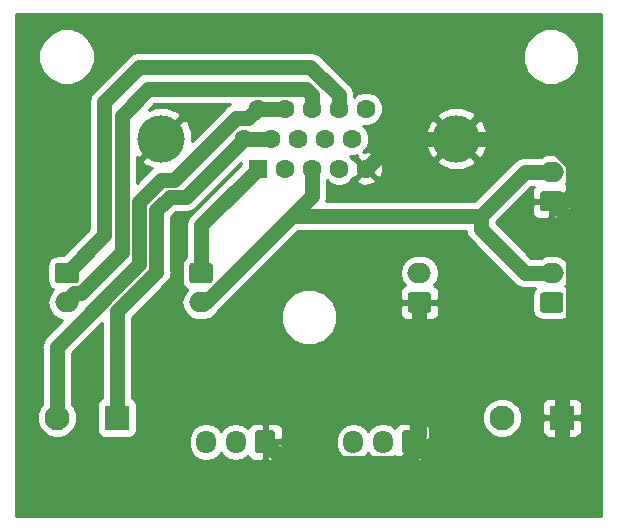
<source format=gbr>
%TF.GenerationSoftware,KiCad,Pcbnew,(5.0.2)-1*%
%TF.CreationDate,2019-02-14T19:53:03+01:00*%
%TF.ProjectId,VGA-Terminal_JSTXH,5647412d-5465-4726-9d69-6e616c5f4a53,rev?*%
%TF.SameCoordinates,Original*%
%TF.FileFunction,Copper,L1,Top*%
%TF.FilePolarity,Positive*%
%FSLAX46Y46*%
G04 Gerber Fmt 4.6, Leading zero omitted, Abs format (unit mm)*
G04 Created by KiCad (PCBNEW (5.0.2)-1) date 14.02.2019 19:53:03*
%MOMM*%
%LPD*%
G01*
G04 APERTURE LIST*
%ADD10R,2.100000X2.100000*%
%ADD11C,2.100000*%
%ADD12O,2.000000X1.700000*%
%ADD13C,0.150000*%
%ADD14C,1.700000*%
%ADD15O,1.700000X1.950000*%
%ADD16C,4.000000*%
%ADD17C,1.600000*%
%ADD18R,1.600000X1.600000*%
%ADD19C,1.270000*%
%ADD20C,0.254000*%
G04 APERTURE END LIST*
D10*
X134930000Y-96950000D03*
D11*
X129850000Y-96950000D03*
D12*
X134070000Y-76140000D03*
D13*
G36*
X134844504Y-77791204D02*
X134868773Y-77794804D01*
X134892571Y-77800765D01*
X134915671Y-77809030D01*
X134937849Y-77819520D01*
X134958893Y-77832133D01*
X134978598Y-77846747D01*
X134996777Y-77863223D01*
X135013253Y-77881402D01*
X135027867Y-77901107D01*
X135040480Y-77922151D01*
X135050970Y-77944329D01*
X135059235Y-77967429D01*
X135065196Y-77991227D01*
X135068796Y-78015496D01*
X135070000Y-78040000D01*
X135070000Y-79240000D01*
X135068796Y-79264504D01*
X135065196Y-79288773D01*
X135059235Y-79312571D01*
X135050970Y-79335671D01*
X135040480Y-79357849D01*
X135027867Y-79378893D01*
X135013253Y-79398598D01*
X134996777Y-79416777D01*
X134978598Y-79433253D01*
X134958893Y-79447867D01*
X134937849Y-79460480D01*
X134915671Y-79470970D01*
X134892571Y-79479235D01*
X134868773Y-79485196D01*
X134844504Y-79488796D01*
X134820000Y-79490000D01*
X133320000Y-79490000D01*
X133295496Y-79488796D01*
X133271227Y-79485196D01*
X133247429Y-79479235D01*
X133224329Y-79470970D01*
X133202151Y-79460480D01*
X133181107Y-79447867D01*
X133161402Y-79433253D01*
X133143223Y-79416777D01*
X133126747Y-79398598D01*
X133112133Y-79378893D01*
X133099520Y-79357849D01*
X133089030Y-79335671D01*
X133080765Y-79312571D01*
X133074804Y-79288773D01*
X133071204Y-79264504D01*
X133070000Y-79240000D01*
X133070000Y-78040000D01*
X133071204Y-78015496D01*
X133074804Y-77991227D01*
X133080765Y-77967429D01*
X133089030Y-77944329D01*
X133099520Y-77922151D01*
X133112133Y-77901107D01*
X133126747Y-77881402D01*
X133143223Y-77863223D01*
X133161402Y-77846747D01*
X133181107Y-77832133D01*
X133202151Y-77819520D01*
X133224329Y-77809030D01*
X133247429Y-77800765D01*
X133271227Y-77794804D01*
X133295496Y-77791204D01*
X133320000Y-77790000D01*
X134820000Y-77790000D01*
X134844504Y-77791204D01*
X134844504Y-77791204D01*
G37*
D14*
X134070000Y-78640000D03*
D13*
G36*
X134844504Y-86351204D02*
X134868773Y-86354804D01*
X134892571Y-86360765D01*
X134915671Y-86369030D01*
X134937849Y-86379520D01*
X134958893Y-86392133D01*
X134978598Y-86406747D01*
X134996777Y-86423223D01*
X135013253Y-86441402D01*
X135027867Y-86461107D01*
X135040480Y-86482151D01*
X135050970Y-86504329D01*
X135059235Y-86527429D01*
X135065196Y-86551227D01*
X135068796Y-86575496D01*
X135070000Y-86600000D01*
X135070000Y-87800000D01*
X135068796Y-87824504D01*
X135065196Y-87848773D01*
X135059235Y-87872571D01*
X135050970Y-87895671D01*
X135040480Y-87917849D01*
X135027867Y-87938893D01*
X135013253Y-87958598D01*
X134996777Y-87976777D01*
X134978598Y-87993253D01*
X134958893Y-88007867D01*
X134937849Y-88020480D01*
X134915671Y-88030970D01*
X134892571Y-88039235D01*
X134868773Y-88045196D01*
X134844504Y-88048796D01*
X134820000Y-88050000D01*
X133320000Y-88050000D01*
X133295496Y-88048796D01*
X133271227Y-88045196D01*
X133247429Y-88039235D01*
X133224329Y-88030970D01*
X133202151Y-88020480D01*
X133181107Y-88007867D01*
X133161402Y-87993253D01*
X133143223Y-87976777D01*
X133126747Y-87958598D01*
X133112133Y-87938893D01*
X133099520Y-87917849D01*
X133089030Y-87895671D01*
X133080765Y-87872571D01*
X133074804Y-87848773D01*
X133071204Y-87824504D01*
X133070000Y-87800000D01*
X133070000Y-86600000D01*
X133071204Y-86575496D01*
X133074804Y-86551227D01*
X133080765Y-86527429D01*
X133089030Y-86504329D01*
X133099520Y-86482151D01*
X133112133Y-86461107D01*
X133126747Y-86441402D01*
X133143223Y-86423223D01*
X133161402Y-86406747D01*
X133181107Y-86392133D01*
X133202151Y-86379520D01*
X133224329Y-86369030D01*
X133247429Y-86360765D01*
X133271227Y-86354804D01*
X133295496Y-86351204D01*
X133320000Y-86350000D01*
X134820000Y-86350000D01*
X134844504Y-86351204D01*
X134844504Y-86351204D01*
G37*
D14*
X134070000Y-87200000D03*
D12*
X134070000Y-84700000D03*
X122870000Y-84700000D03*
D13*
G36*
X123644504Y-86351204D02*
X123668773Y-86354804D01*
X123692571Y-86360765D01*
X123715671Y-86369030D01*
X123737849Y-86379520D01*
X123758893Y-86392133D01*
X123778598Y-86406747D01*
X123796777Y-86423223D01*
X123813253Y-86441402D01*
X123827867Y-86461107D01*
X123840480Y-86482151D01*
X123850970Y-86504329D01*
X123859235Y-86527429D01*
X123865196Y-86551227D01*
X123868796Y-86575496D01*
X123870000Y-86600000D01*
X123870000Y-87800000D01*
X123868796Y-87824504D01*
X123865196Y-87848773D01*
X123859235Y-87872571D01*
X123850970Y-87895671D01*
X123840480Y-87917849D01*
X123827867Y-87938893D01*
X123813253Y-87958598D01*
X123796777Y-87976777D01*
X123778598Y-87993253D01*
X123758893Y-88007867D01*
X123737849Y-88020480D01*
X123715671Y-88030970D01*
X123692571Y-88039235D01*
X123668773Y-88045196D01*
X123644504Y-88048796D01*
X123620000Y-88050000D01*
X122120000Y-88050000D01*
X122095496Y-88048796D01*
X122071227Y-88045196D01*
X122047429Y-88039235D01*
X122024329Y-88030970D01*
X122002151Y-88020480D01*
X121981107Y-88007867D01*
X121961402Y-87993253D01*
X121943223Y-87976777D01*
X121926747Y-87958598D01*
X121912133Y-87938893D01*
X121899520Y-87917849D01*
X121889030Y-87895671D01*
X121880765Y-87872571D01*
X121874804Y-87848773D01*
X121871204Y-87824504D01*
X121870000Y-87800000D01*
X121870000Y-86600000D01*
X121871204Y-86575496D01*
X121874804Y-86551227D01*
X121880765Y-86527429D01*
X121889030Y-86504329D01*
X121899520Y-86482151D01*
X121912133Y-86461107D01*
X121926747Y-86441402D01*
X121943223Y-86423223D01*
X121961402Y-86406747D01*
X121981107Y-86392133D01*
X122002151Y-86379520D01*
X122024329Y-86369030D01*
X122047429Y-86360765D01*
X122071227Y-86354804D01*
X122095496Y-86351204D01*
X122120000Y-86350000D01*
X123620000Y-86350000D01*
X123644504Y-86351204D01*
X123644504Y-86351204D01*
G37*
D14*
X122870000Y-87200000D03*
D13*
G36*
X105154504Y-83851204D02*
X105178773Y-83854804D01*
X105202571Y-83860765D01*
X105225671Y-83869030D01*
X105247849Y-83879520D01*
X105268893Y-83892133D01*
X105288598Y-83906747D01*
X105306777Y-83923223D01*
X105323253Y-83941402D01*
X105337867Y-83961107D01*
X105350480Y-83982151D01*
X105360970Y-84004329D01*
X105369235Y-84027429D01*
X105375196Y-84051227D01*
X105378796Y-84075496D01*
X105380000Y-84100000D01*
X105380000Y-85300000D01*
X105378796Y-85324504D01*
X105375196Y-85348773D01*
X105369235Y-85372571D01*
X105360970Y-85395671D01*
X105350480Y-85417849D01*
X105337867Y-85438893D01*
X105323253Y-85458598D01*
X105306777Y-85476777D01*
X105288598Y-85493253D01*
X105268893Y-85507867D01*
X105247849Y-85520480D01*
X105225671Y-85530970D01*
X105202571Y-85539235D01*
X105178773Y-85545196D01*
X105154504Y-85548796D01*
X105130000Y-85550000D01*
X103630000Y-85550000D01*
X103605496Y-85548796D01*
X103581227Y-85545196D01*
X103557429Y-85539235D01*
X103534329Y-85530970D01*
X103512151Y-85520480D01*
X103491107Y-85507867D01*
X103471402Y-85493253D01*
X103453223Y-85476777D01*
X103436747Y-85458598D01*
X103422133Y-85438893D01*
X103409520Y-85417849D01*
X103399030Y-85395671D01*
X103390765Y-85372571D01*
X103384804Y-85348773D01*
X103381204Y-85324504D01*
X103380000Y-85300000D01*
X103380000Y-84100000D01*
X103381204Y-84075496D01*
X103384804Y-84051227D01*
X103390765Y-84027429D01*
X103399030Y-84004329D01*
X103409520Y-83982151D01*
X103422133Y-83961107D01*
X103436747Y-83941402D01*
X103453223Y-83923223D01*
X103471402Y-83906747D01*
X103491107Y-83892133D01*
X103512151Y-83879520D01*
X103534329Y-83869030D01*
X103557429Y-83860765D01*
X103581227Y-83854804D01*
X103605496Y-83851204D01*
X103630000Y-83850000D01*
X105130000Y-83850000D01*
X105154504Y-83851204D01*
X105154504Y-83851204D01*
G37*
D14*
X104380000Y-84700000D03*
D12*
X104380000Y-87200000D03*
D15*
X117280000Y-99000000D03*
X119780000Y-99000000D03*
D13*
G36*
X122904504Y-98026204D02*
X122928773Y-98029804D01*
X122952571Y-98035765D01*
X122975671Y-98044030D01*
X122997849Y-98054520D01*
X123018893Y-98067133D01*
X123038598Y-98081747D01*
X123056777Y-98098223D01*
X123073253Y-98116402D01*
X123087867Y-98136107D01*
X123100480Y-98157151D01*
X123110970Y-98179329D01*
X123119235Y-98202429D01*
X123125196Y-98226227D01*
X123128796Y-98250496D01*
X123130000Y-98275000D01*
X123130000Y-99725000D01*
X123128796Y-99749504D01*
X123125196Y-99773773D01*
X123119235Y-99797571D01*
X123110970Y-99820671D01*
X123100480Y-99842849D01*
X123087867Y-99863893D01*
X123073253Y-99883598D01*
X123056777Y-99901777D01*
X123038598Y-99918253D01*
X123018893Y-99932867D01*
X122997849Y-99945480D01*
X122975671Y-99955970D01*
X122952571Y-99964235D01*
X122928773Y-99970196D01*
X122904504Y-99973796D01*
X122880000Y-99975000D01*
X121680000Y-99975000D01*
X121655496Y-99973796D01*
X121631227Y-99970196D01*
X121607429Y-99964235D01*
X121584329Y-99955970D01*
X121562151Y-99945480D01*
X121541107Y-99932867D01*
X121521402Y-99918253D01*
X121503223Y-99901777D01*
X121486747Y-99883598D01*
X121472133Y-99863893D01*
X121459520Y-99842849D01*
X121449030Y-99820671D01*
X121440765Y-99797571D01*
X121434804Y-99773773D01*
X121431204Y-99749504D01*
X121430000Y-99725000D01*
X121430000Y-98275000D01*
X121431204Y-98250496D01*
X121434804Y-98226227D01*
X121440765Y-98202429D01*
X121449030Y-98179329D01*
X121459520Y-98157151D01*
X121472133Y-98136107D01*
X121486747Y-98116402D01*
X121503223Y-98098223D01*
X121521402Y-98081747D01*
X121541107Y-98067133D01*
X121562151Y-98054520D01*
X121584329Y-98044030D01*
X121607429Y-98035765D01*
X121631227Y-98029804D01*
X121655496Y-98026204D01*
X121680000Y-98025000D01*
X122880000Y-98025000D01*
X122904504Y-98026204D01*
X122904504Y-98026204D01*
G37*
D14*
X122280000Y-99000000D03*
D13*
G36*
X110434504Y-98026204D02*
X110458773Y-98029804D01*
X110482571Y-98035765D01*
X110505671Y-98044030D01*
X110527849Y-98054520D01*
X110548893Y-98067133D01*
X110568598Y-98081747D01*
X110586777Y-98098223D01*
X110603253Y-98116402D01*
X110617867Y-98136107D01*
X110630480Y-98157151D01*
X110640970Y-98179329D01*
X110649235Y-98202429D01*
X110655196Y-98226227D01*
X110658796Y-98250496D01*
X110660000Y-98275000D01*
X110660000Y-99725000D01*
X110658796Y-99749504D01*
X110655196Y-99773773D01*
X110649235Y-99797571D01*
X110640970Y-99820671D01*
X110630480Y-99842849D01*
X110617867Y-99863893D01*
X110603253Y-99883598D01*
X110586777Y-99901777D01*
X110568598Y-99918253D01*
X110548893Y-99932867D01*
X110527849Y-99945480D01*
X110505671Y-99955970D01*
X110482571Y-99964235D01*
X110458773Y-99970196D01*
X110434504Y-99973796D01*
X110410000Y-99975000D01*
X109210000Y-99975000D01*
X109185496Y-99973796D01*
X109161227Y-99970196D01*
X109137429Y-99964235D01*
X109114329Y-99955970D01*
X109092151Y-99945480D01*
X109071107Y-99932867D01*
X109051402Y-99918253D01*
X109033223Y-99901777D01*
X109016747Y-99883598D01*
X109002133Y-99863893D01*
X108989520Y-99842849D01*
X108979030Y-99820671D01*
X108970765Y-99797571D01*
X108964804Y-99773773D01*
X108961204Y-99749504D01*
X108960000Y-99725000D01*
X108960000Y-98275000D01*
X108961204Y-98250496D01*
X108964804Y-98226227D01*
X108970765Y-98202429D01*
X108979030Y-98179329D01*
X108989520Y-98157151D01*
X109002133Y-98136107D01*
X109016747Y-98116402D01*
X109033223Y-98098223D01*
X109051402Y-98081747D01*
X109071107Y-98067133D01*
X109092151Y-98054520D01*
X109114329Y-98044030D01*
X109137429Y-98035765D01*
X109161227Y-98029804D01*
X109185496Y-98026204D01*
X109210000Y-98025000D01*
X110410000Y-98025000D01*
X110434504Y-98026204D01*
X110434504Y-98026204D01*
G37*
D14*
X109810000Y-99000000D03*
D15*
X107310000Y-99000000D03*
X104810000Y-99000000D03*
D13*
G36*
X93794504Y-83851204D02*
X93818773Y-83854804D01*
X93842571Y-83860765D01*
X93865671Y-83869030D01*
X93887849Y-83879520D01*
X93908893Y-83892133D01*
X93928598Y-83906747D01*
X93946777Y-83923223D01*
X93963253Y-83941402D01*
X93977867Y-83961107D01*
X93990480Y-83982151D01*
X94000970Y-84004329D01*
X94009235Y-84027429D01*
X94015196Y-84051227D01*
X94018796Y-84075496D01*
X94020000Y-84100000D01*
X94020000Y-85300000D01*
X94018796Y-85324504D01*
X94015196Y-85348773D01*
X94009235Y-85372571D01*
X94000970Y-85395671D01*
X93990480Y-85417849D01*
X93977867Y-85438893D01*
X93963253Y-85458598D01*
X93946777Y-85476777D01*
X93928598Y-85493253D01*
X93908893Y-85507867D01*
X93887849Y-85520480D01*
X93865671Y-85530970D01*
X93842571Y-85539235D01*
X93818773Y-85545196D01*
X93794504Y-85548796D01*
X93770000Y-85550000D01*
X92270000Y-85550000D01*
X92245496Y-85548796D01*
X92221227Y-85545196D01*
X92197429Y-85539235D01*
X92174329Y-85530970D01*
X92152151Y-85520480D01*
X92131107Y-85507867D01*
X92111402Y-85493253D01*
X92093223Y-85476777D01*
X92076747Y-85458598D01*
X92062133Y-85438893D01*
X92049520Y-85417849D01*
X92039030Y-85395671D01*
X92030765Y-85372571D01*
X92024804Y-85348773D01*
X92021204Y-85324504D01*
X92020000Y-85300000D01*
X92020000Y-84100000D01*
X92021204Y-84075496D01*
X92024804Y-84051227D01*
X92030765Y-84027429D01*
X92039030Y-84004329D01*
X92049520Y-83982151D01*
X92062133Y-83961107D01*
X92076747Y-83941402D01*
X92093223Y-83923223D01*
X92111402Y-83906747D01*
X92131107Y-83892133D01*
X92152151Y-83879520D01*
X92174329Y-83869030D01*
X92197429Y-83860765D01*
X92221227Y-83854804D01*
X92245496Y-83851204D01*
X92270000Y-83850000D01*
X93770000Y-83850000D01*
X93794504Y-83851204D01*
X93794504Y-83851204D01*
G37*
D14*
X93020000Y-84700000D03*
D12*
X93020000Y-87200000D03*
D10*
X97250000Y-96950000D03*
D11*
X92170000Y-96950000D03*
D16*
X101005000Y-73320000D03*
X126005000Y-73320000D03*
D17*
X118350000Y-70780000D03*
X116060000Y-70780000D03*
X113770000Y-70780000D03*
X111480000Y-70780000D03*
X109190000Y-70780000D03*
X117205000Y-73320000D03*
X114915000Y-73320000D03*
X112625000Y-73320000D03*
X110335000Y-73320000D03*
X108045000Y-73320000D03*
X118350000Y-75860000D03*
X116060000Y-75860000D03*
X113770000Y-75860000D03*
X111480000Y-75860000D03*
D18*
X109190000Y-75860000D03*
D19*
X122280000Y-100075000D02*
X122280000Y-99000000D01*
X121544990Y-100810010D02*
X122280000Y-100075000D01*
X109810000Y-99000000D02*
X111620010Y-100810010D01*
X111620010Y-100810010D02*
X121544990Y-100810010D01*
X134930000Y-99270000D02*
X134930000Y-96950000D01*
X134301628Y-99898372D02*
X134930000Y-99270000D01*
X123178372Y-99898372D02*
X134301628Y-99898372D01*
X122280000Y-99000000D02*
X123178372Y-99898372D01*
X134975553Y-79545553D02*
X134070000Y-78640000D01*
X135905010Y-80475010D02*
X134975553Y-79545553D01*
X135905010Y-93654990D02*
X135905010Y-80475010D01*
X134930000Y-96950000D02*
X134930000Y-94630000D01*
X134930000Y-94630000D02*
X135905010Y-93654990D01*
X128833427Y-73320000D02*
X126005000Y-73320000D01*
X133782963Y-73320000D02*
X128833427Y-73320000D01*
X135905010Y-75442047D02*
X133782963Y-73320000D01*
X135905010Y-77904990D02*
X135905010Y-75442047D01*
X134070000Y-78640000D02*
X135170000Y-78640000D01*
X135170000Y-78640000D02*
X135905010Y-77904990D01*
X120890000Y-73320000D02*
X118350000Y-75860000D01*
X126005000Y-73320000D02*
X120890000Y-73320000D01*
X122870000Y-98410000D02*
X122280000Y-99000000D01*
X122870000Y-87200000D02*
X122870000Y-98410000D01*
X94219428Y-86385010D02*
X97669999Y-82934439D01*
X93654990Y-86385010D02*
X94219428Y-86385010D01*
X93020000Y-87200000D02*
X93020000Y-87020000D01*
X93020000Y-87020000D02*
X93654990Y-86385010D01*
X97669999Y-82934439D02*
X97670000Y-82128908D01*
X113770000Y-69648630D02*
X113770000Y-70780000D01*
X113266369Y-69144999D02*
X113770000Y-69648630D01*
X99905001Y-69144999D02*
X113266369Y-69144999D01*
X97670000Y-82128908D02*
X97670000Y-71380000D01*
X97670000Y-71380000D02*
X99905001Y-69144999D01*
X93020000Y-84700000D02*
X96199990Y-81520010D01*
X96199990Y-81520010D02*
X96199990Y-70200010D01*
X116060000Y-69648630D02*
X116060000Y-70780000D01*
X113651361Y-67239991D02*
X116060000Y-69648630D01*
X96199990Y-70200010D02*
X99160009Y-67239991D01*
X99160009Y-67239991D02*
X113651361Y-67239991D01*
X97250000Y-96950000D02*
X97250000Y-87948908D01*
X97250000Y-87948908D02*
X100610020Y-84588888D01*
X100610020Y-84588888D02*
X100610020Y-79408888D01*
X110335000Y-73320000D02*
X108045000Y-73320000D01*
X103075000Y-78290000D02*
X101728908Y-78290000D01*
X108045000Y-73320000D02*
X103075000Y-78290000D01*
X101728908Y-78290000D02*
X100610020Y-79408888D01*
X109190000Y-70780000D02*
X111480000Y-70780000D01*
X108390001Y-71579999D02*
X107365199Y-71579999D01*
X92170000Y-90950000D02*
X92170000Y-95465076D01*
X99140009Y-83979991D02*
X92170000Y-90950000D01*
X99140009Y-78679991D02*
X99140009Y-83979991D01*
X102125208Y-76819990D02*
X101000010Y-76819990D01*
X92170000Y-95465076D02*
X92170000Y-96950000D01*
X109190000Y-70780000D02*
X108390001Y-71579999D01*
X101000010Y-76819990D02*
X99140009Y-78679991D01*
X107365199Y-71579999D02*
X102125208Y-76819990D01*
X104380000Y-80670000D02*
X109190000Y-75860000D01*
X104380000Y-84700000D02*
X104380000Y-80670000D01*
X113770000Y-76991370D02*
X113770000Y-75860000D01*
X113770000Y-78194438D02*
X113770000Y-76991370D01*
X104380000Y-87200000D02*
X104764438Y-87200000D01*
X128050000Y-79890000D02*
X112074438Y-79890000D01*
X131800000Y-76140000D02*
X128050000Y-79890000D01*
X134070000Y-76140000D02*
X131800000Y-76140000D01*
X104764438Y-87200000D02*
X112074438Y-79890000D01*
X112074438Y-79890000D02*
X113770000Y-78194438D01*
X128050000Y-80950000D02*
X128050000Y-79890000D01*
X134070000Y-84700000D02*
X131800000Y-84700000D01*
X131800000Y-84700000D02*
X128050000Y-80950000D01*
D20*
G36*
X138265001Y-105265000D02*
X88735000Y-105265000D01*
X88735000Y-98728744D01*
X103325000Y-98728744D01*
X103325000Y-99271255D01*
X103411161Y-99704417D01*
X103739375Y-100195625D01*
X104230582Y-100523839D01*
X104810000Y-100639092D01*
X105389417Y-100523839D01*
X105880625Y-100195625D01*
X106060000Y-99927171D01*
X106239375Y-100195625D01*
X106730582Y-100523839D01*
X107310000Y-100639092D01*
X107889417Y-100523839D01*
X108367656Y-100204291D01*
X108421673Y-100334699D01*
X108600302Y-100513327D01*
X108833691Y-100610000D01*
X109524250Y-100610000D01*
X109683000Y-100451250D01*
X109683000Y-99127000D01*
X109937000Y-99127000D01*
X109937000Y-100451250D01*
X110095750Y-100610000D01*
X110786309Y-100610000D01*
X111019698Y-100513327D01*
X111198327Y-100334699D01*
X111295000Y-100101310D01*
X111295000Y-99285750D01*
X111136250Y-99127000D01*
X109937000Y-99127000D01*
X109683000Y-99127000D01*
X109663000Y-99127000D01*
X109663000Y-98873000D01*
X109683000Y-98873000D01*
X109683000Y-97548750D01*
X109937000Y-97548750D01*
X109937000Y-98873000D01*
X111136250Y-98873000D01*
X111280506Y-98728744D01*
X115795000Y-98728744D01*
X115795000Y-99271255D01*
X115881161Y-99704417D01*
X116209375Y-100195625D01*
X116700582Y-100523839D01*
X117280000Y-100639092D01*
X117859417Y-100523839D01*
X118350625Y-100195625D01*
X118530000Y-99927171D01*
X118709375Y-100195625D01*
X119200582Y-100523839D01*
X119780000Y-100639092D01*
X120359417Y-100523839D01*
X120837656Y-100204291D01*
X120891673Y-100334699D01*
X121070302Y-100513327D01*
X121303691Y-100610000D01*
X121994250Y-100610000D01*
X122153000Y-100451250D01*
X122153000Y-99127000D01*
X122407000Y-99127000D01*
X122407000Y-100451250D01*
X122565750Y-100610000D01*
X123256309Y-100610000D01*
X123489698Y-100513327D01*
X123668327Y-100334699D01*
X123765000Y-100101310D01*
X123765000Y-99285750D01*
X123606250Y-99127000D01*
X122407000Y-99127000D01*
X122153000Y-99127000D01*
X122133000Y-99127000D01*
X122133000Y-98873000D01*
X122153000Y-98873000D01*
X122153000Y-97548750D01*
X122407000Y-97548750D01*
X122407000Y-98873000D01*
X123606250Y-98873000D01*
X123765000Y-98714250D01*
X123765000Y-97898690D01*
X123668327Y-97665301D01*
X123489698Y-97486673D01*
X123256309Y-97390000D01*
X122565750Y-97390000D01*
X122407000Y-97548750D01*
X122153000Y-97548750D01*
X121994250Y-97390000D01*
X121303691Y-97390000D01*
X121070302Y-97486673D01*
X120891673Y-97665301D01*
X120837656Y-97795709D01*
X120359418Y-97476161D01*
X119780000Y-97360908D01*
X119200583Y-97476161D01*
X118709375Y-97804375D01*
X118530000Y-98072829D01*
X118350625Y-97804375D01*
X117859418Y-97476161D01*
X117280000Y-97360908D01*
X116700583Y-97476161D01*
X116209375Y-97804375D01*
X115881161Y-98295582D01*
X115795000Y-98728744D01*
X111280506Y-98728744D01*
X111295000Y-98714250D01*
X111295000Y-97898690D01*
X111198327Y-97665301D01*
X111019698Y-97486673D01*
X110786309Y-97390000D01*
X110095750Y-97390000D01*
X109937000Y-97548750D01*
X109683000Y-97548750D01*
X109524250Y-97390000D01*
X108833691Y-97390000D01*
X108600302Y-97486673D01*
X108421673Y-97665301D01*
X108367656Y-97795709D01*
X107889418Y-97476161D01*
X107310000Y-97360908D01*
X106730583Y-97476161D01*
X106239375Y-97804375D01*
X106060000Y-98072829D01*
X105880625Y-97804375D01*
X105389418Y-97476161D01*
X104810000Y-97360908D01*
X104230583Y-97476161D01*
X103739375Y-97804375D01*
X103411161Y-98295582D01*
X103325000Y-98728744D01*
X88735000Y-98728744D01*
X88735000Y-96614833D01*
X90485000Y-96614833D01*
X90485000Y-97285167D01*
X90741526Y-97904476D01*
X91215524Y-98378474D01*
X91834833Y-98635000D01*
X92505167Y-98635000D01*
X93124476Y-98378474D01*
X93598474Y-97904476D01*
X93855000Y-97285167D01*
X93855000Y-96614833D01*
X93598474Y-95995524D01*
X93440000Y-95837050D01*
X93440000Y-91476050D01*
X95980001Y-88936050D01*
X95980000Y-95296320D01*
X95952235Y-95301843D01*
X95742191Y-95442191D01*
X95601843Y-95652235D01*
X95552560Y-95900000D01*
X95552560Y-98000000D01*
X95601843Y-98247765D01*
X95742191Y-98457809D01*
X95952235Y-98598157D01*
X96200000Y-98647440D01*
X98300000Y-98647440D01*
X98547765Y-98598157D01*
X98757809Y-98457809D01*
X98898157Y-98247765D01*
X98947440Y-98000000D01*
X98947440Y-96614833D01*
X128165000Y-96614833D01*
X128165000Y-97285167D01*
X128421526Y-97904476D01*
X128895524Y-98378474D01*
X129514833Y-98635000D01*
X130185167Y-98635000D01*
X130804476Y-98378474D01*
X131278474Y-97904476D01*
X131535000Y-97285167D01*
X131535000Y-97235750D01*
X133245000Y-97235750D01*
X133245000Y-98126310D01*
X133341673Y-98359699D01*
X133520302Y-98538327D01*
X133753691Y-98635000D01*
X134644250Y-98635000D01*
X134803000Y-98476250D01*
X134803000Y-97077000D01*
X135057000Y-97077000D01*
X135057000Y-98476250D01*
X135215750Y-98635000D01*
X136106309Y-98635000D01*
X136339698Y-98538327D01*
X136518327Y-98359699D01*
X136615000Y-98126310D01*
X136615000Y-97235750D01*
X136456250Y-97077000D01*
X135057000Y-97077000D01*
X134803000Y-97077000D01*
X133403750Y-97077000D01*
X133245000Y-97235750D01*
X131535000Y-97235750D01*
X131535000Y-96614833D01*
X131278474Y-95995524D01*
X131056640Y-95773690D01*
X133245000Y-95773690D01*
X133245000Y-96664250D01*
X133403750Y-96823000D01*
X134803000Y-96823000D01*
X134803000Y-95423750D01*
X135057000Y-95423750D01*
X135057000Y-96823000D01*
X136456250Y-96823000D01*
X136615000Y-96664250D01*
X136615000Y-95773690D01*
X136518327Y-95540301D01*
X136339698Y-95361673D01*
X136106309Y-95265000D01*
X135215750Y-95265000D01*
X135057000Y-95423750D01*
X134803000Y-95423750D01*
X134644250Y-95265000D01*
X133753691Y-95265000D01*
X133520302Y-95361673D01*
X133341673Y-95540301D01*
X133245000Y-95773690D01*
X131056640Y-95773690D01*
X130804476Y-95521526D01*
X130185167Y-95265000D01*
X129514833Y-95265000D01*
X128895524Y-95521526D01*
X128421526Y-95995524D01*
X128165000Y-96614833D01*
X98947440Y-96614833D01*
X98947440Y-95900000D01*
X98898157Y-95652235D01*
X98757809Y-95442191D01*
X98547765Y-95301843D01*
X98520000Y-95296320D01*
X98520000Y-88474958D01*
X101419602Y-85575357D01*
X101525638Y-85504506D01*
X101662285Y-85300000D01*
X101806333Y-85084418D01*
X101857918Y-84825080D01*
X101880020Y-84713968D01*
X101880020Y-84713965D01*
X101904899Y-84588888D01*
X101880020Y-84463812D01*
X101880020Y-79934938D01*
X102254959Y-79560000D01*
X102949925Y-79560000D01*
X103075000Y-79584879D01*
X103200075Y-79560000D01*
X103200080Y-79560000D01*
X103570529Y-79486313D01*
X103990618Y-79205618D01*
X104061471Y-79099579D01*
X107742560Y-75418491D01*
X107742560Y-75511389D01*
X103570419Y-79683531D01*
X103464383Y-79754382D01*
X103393532Y-79860418D01*
X103393530Y-79860420D01*
X103183688Y-80174471D01*
X103085121Y-80670000D01*
X103110001Y-80795080D01*
X103110000Y-83388850D01*
X102995414Y-83465414D01*
X102800874Y-83756565D01*
X102732560Y-84100000D01*
X102732560Y-85300000D01*
X102800874Y-85643435D01*
X102995414Y-85934586D01*
X103223156Y-86086758D01*
X103159375Y-86129375D01*
X102831161Y-86620582D01*
X102715908Y-87200000D01*
X102831161Y-87779418D01*
X103159375Y-88270625D01*
X103650582Y-88598839D01*
X104083744Y-88685000D01*
X104676256Y-88685000D01*
X105109418Y-88598839D01*
X105600625Y-88270625D01*
X105811121Y-87955594D01*
X111115000Y-87955594D01*
X111115000Y-88904406D01*
X111478095Y-89780994D01*
X112149006Y-90451905D01*
X113025594Y-90815000D01*
X113974406Y-90815000D01*
X114850994Y-90451905D01*
X115521905Y-89780994D01*
X115885000Y-88904406D01*
X115885000Y-87955594D01*
X115690385Y-87485750D01*
X121235000Y-87485750D01*
X121235000Y-88176309D01*
X121331673Y-88409698D01*
X121510301Y-88588327D01*
X121743690Y-88685000D01*
X122584250Y-88685000D01*
X122743000Y-88526250D01*
X122743000Y-87327000D01*
X122997000Y-87327000D01*
X122997000Y-88526250D01*
X123155750Y-88685000D01*
X123996310Y-88685000D01*
X124229699Y-88588327D01*
X124408327Y-88409698D01*
X124505000Y-88176309D01*
X124505000Y-87485750D01*
X124346250Y-87327000D01*
X122997000Y-87327000D01*
X122743000Y-87327000D01*
X121393750Y-87327000D01*
X121235000Y-87485750D01*
X115690385Y-87485750D01*
X115521905Y-87079006D01*
X114850994Y-86408095D01*
X113974406Y-86045000D01*
X113025594Y-86045000D01*
X112149006Y-86408095D01*
X111478095Y-87079006D01*
X111115000Y-87955594D01*
X105811121Y-87955594D01*
X105823663Y-87936825D01*
X109060488Y-84700000D01*
X121205908Y-84700000D01*
X121321161Y-85279418D01*
X121640709Y-85757656D01*
X121510301Y-85811673D01*
X121331673Y-85990302D01*
X121235000Y-86223691D01*
X121235000Y-86914250D01*
X121393750Y-87073000D01*
X122743000Y-87073000D01*
X122743000Y-87053000D01*
X122997000Y-87053000D01*
X122997000Y-87073000D01*
X124346250Y-87073000D01*
X124505000Y-86914250D01*
X124505000Y-86223691D01*
X124408327Y-85990302D01*
X124229699Y-85811673D01*
X124099291Y-85757656D01*
X124418839Y-85279418D01*
X124534092Y-84700000D01*
X124418839Y-84120582D01*
X124090625Y-83629375D01*
X123599418Y-83301161D01*
X123166256Y-83215000D01*
X122573744Y-83215000D01*
X122140582Y-83301161D01*
X121649375Y-83629375D01*
X121321161Y-84120582D01*
X121205908Y-84700000D01*
X109060488Y-84700000D01*
X112600489Y-81160000D01*
X126796892Y-81160000D01*
X126853687Y-81445528D01*
X127134382Y-81865618D01*
X127240421Y-81936471D01*
X130813531Y-85509582D01*
X130884382Y-85615618D01*
X130990418Y-85686469D01*
X130990419Y-85686470D01*
X131304470Y-85896313D01*
X131386899Y-85912709D01*
X131674920Y-85970000D01*
X131674923Y-85970000D01*
X131800000Y-85994879D01*
X131925076Y-85970000D01*
X132682350Y-85970000D01*
X132490874Y-86256565D01*
X132422560Y-86600000D01*
X132422560Y-87800000D01*
X132490874Y-88143435D01*
X132685414Y-88434586D01*
X132976565Y-88629126D01*
X133320000Y-88697440D01*
X134820000Y-88697440D01*
X135163435Y-88629126D01*
X135454586Y-88434586D01*
X135649126Y-88143435D01*
X135717440Y-87800000D01*
X135717440Y-86600000D01*
X135649126Y-86256565D01*
X135454586Y-85965414D01*
X135226844Y-85813242D01*
X135290625Y-85770625D01*
X135618839Y-85279418D01*
X135734092Y-84700000D01*
X135618839Y-84120582D01*
X135290625Y-83629375D01*
X134799418Y-83301161D01*
X134366256Y-83215000D01*
X133773744Y-83215000D01*
X133340582Y-83301161D01*
X133147761Y-83430000D01*
X132326051Y-83430000D01*
X129320000Y-80423950D01*
X129320000Y-80416050D01*
X130810300Y-78925750D01*
X132435000Y-78925750D01*
X132435000Y-79616309D01*
X132531673Y-79849698D01*
X132710301Y-80028327D01*
X132943690Y-80125000D01*
X133784250Y-80125000D01*
X133943000Y-79966250D01*
X133943000Y-78767000D01*
X134197000Y-78767000D01*
X134197000Y-79966250D01*
X134355750Y-80125000D01*
X135196310Y-80125000D01*
X135429699Y-80028327D01*
X135608327Y-79849698D01*
X135705000Y-79616309D01*
X135705000Y-78925750D01*
X135546250Y-78767000D01*
X134197000Y-78767000D01*
X133943000Y-78767000D01*
X132593750Y-78767000D01*
X132435000Y-78925750D01*
X130810300Y-78925750D01*
X132326051Y-77410000D01*
X132551975Y-77410000D01*
X132531673Y-77430302D01*
X132435000Y-77663691D01*
X132435000Y-78354250D01*
X132593750Y-78513000D01*
X133943000Y-78513000D01*
X133943000Y-78493000D01*
X134197000Y-78493000D01*
X134197000Y-78513000D01*
X135546250Y-78513000D01*
X135705000Y-78354250D01*
X135705000Y-77663691D01*
X135608327Y-77430302D01*
X135429699Y-77251673D01*
X135299291Y-77197656D01*
X135618839Y-76719418D01*
X135734092Y-76140000D01*
X135618839Y-75560582D01*
X135290625Y-75069375D01*
X134799418Y-74741161D01*
X134366256Y-74655000D01*
X133773744Y-74655000D01*
X133340582Y-74741161D01*
X133147761Y-74870000D01*
X131925076Y-74870000D01*
X131800000Y-74845121D01*
X131674923Y-74870000D01*
X131674920Y-74870000D01*
X131386899Y-74927291D01*
X131304470Y-74943687D01*
X131061560Y-75105995D01*
X130884382Y-75224382D01*
X130813531Y-75330418D01*
X127523950Y-78620000D01*
X114980230Y-78620000D01*
X115040000Y-78319518D01*
X115040000Y-78319514D01*
X115064879Y-78194438D01*
X115040000Y-78069362D01*
X115040000Y-76869396D01*
X115247138Y-77076534D01*
X115774561Y-77295000D01*
X116345439Y-77295000D01*
X116872862Y-77076534D01*
X117081651Y-76867745D01*
X117521861Y-76867745D01*
X117595995Y-77113864D01*
X118133223Y-77306965D01*
X118703454Y-77279778D01*
X119104005Y-77113864D01*
X119178139Y-76867745D01*
X118350000Y-76039605D01*
X117521861Y-76867745D01*
X117081651Y-76867745D01*
X117276534Y-76672862D01*
X117278198Y-76668844D01*
X117342255Y-76688139D01*
X118170395Y-75860000D01*
X118529605Y-75860000D01*
X119357745Y-76688139D01*
X119603864Y-76614005D01*
X119796965Y-76076777D01*
X119769778Y-75506546D01*
X119640741Y-75195022D01*
X124309584Y-75195022D01*
X124530353Y-75565743D01*
X125502012Y-75959119D01*
X126550247Y-75950713D01*
X127479647Y-75565743D01*
X127700416Y-75195022D01*
X126005000Y-73499605D01*
X124309584Y-75195022D01*
X119640741Y-75195022D01*
X119603864Y-75105995D01*
X119357745Y-75031861D01*
X118529605Y-75860000D01*
X118170395Y-75860000D01*
X117342255Y-75031861D01*
X117278198Y-75051156D01*
X117276534Y-75047138D01*
X116984396Y-74755000D01*
X117490439Y-74755000D01*
X117559811Y-74726265D01*
X117521861Y-74852255D01*
X118350000Y-75680395D01*
X119178139Y-74852255D01*
X119104005Y-74606136D01*
X118566777Y-74413035D01*
X118120063Y-74434333D01*
X118421534Y-74132862D01*
X118640000Y-73605439D01*
X118640000Y-73034561D01*
X118549889Y-72817012D01*
X123365881Y-72817012D01*
X123374287Y-73865247D01*
X123759257Y-74794647D01*
X124129978Y-75015416D01*
X125825395Y-73320000D01*
X126184605Y-73320000D01*
X127880022Y-75015416D01*
X128250743Y-74794647D01*
X128644119Y-73822988D01*
X128635713Y-72774753D01*
X128250743Y-71845353D01*
X127880022Y-71624584D01*
X126184605Y-73320000D01*
X125825395Y-73320000D01*
X124129978Y-71624584D01*
X123759257Y-71845353D01*
X123365881Y-72817012D01*
X118549889Y-72817012D01*
X118421534Y-72507138D01*
X118129396Y-72215000D01*
X118635439Y-72215000D01*
X119162862Y-71996534D01*
X119566534Y-71592862D01*
X119627789Y-71444978D01*
X124309584Y-71444978D01*
X126005000Y-73140395D01*
X127700416Y-71444978D01*
X127479647Y-71074257D01*
X126507988Y-70680881D01*
X125459753Y-70689287D01*
X124530353Y-71074257D01*
X124309584Y-71444978D01*
X119627789Y-71444978D01*
X119785000Y-71065439D01*
X119785000Y-70494561D01*
X119566534Y-69967138D01*
X119162862Y-69563466D01*
X118635439Y-69345000D01*
X118064561Y-69345000D01*
X117537138Y-69563466D01*
X117330770Y-69769834D01*
X117354879Y-69648630D01*
X117330000Y-69523555D01*
X117330000Y-69523550D01*
X117256313Y-69153101D01*
X117090624Y-68905130D01*
X117046470Y-68839049D01*
X117046469Y-68839048D01*
X116975618Y-68733012D01*
X116869582Y-68662161D01*
X114637832Y-66430412D01*
X114566979Y-66324373D01*
X114146890Y-66043678D01*
X113776441Y-65969991D01*
X113776436Y-65969991D01*
X113651361Y-65945112D01*
X113526286Y-65969991D01*
X99285083Y-65969991D01*
X99160008Y-65945112D01*
X99034933Y-65969991D01*
X99034929Y-65969991D01*
X98664480Y-66043678D01*
X98244391Y-66324373D01*
X98173540Y-66430410D01*
X95390409Y-69213541D01*
X95284373Y-69284392D01*
X95213522Y-69390428D01*
X95213520Y-69390430D01*
X95003678Y-69704481D01*
X94905111Y-70200010D01*
X94929991Y-70325090D01*
X94929990Y-80993959D01*
X92721390Y-83202560D01*
X92270000Y-83202560D01*
X91926565Y-83270874D01*
X91635414Y-83465414D01*
X91440874Y-83756565D01*
X91372560Y-84100000D01*
X91372560Y-85300000D01*
X91440874Y-85643435D01*
X91635414Y-85934586D01*
X91863156Y-86086758D01*
X91799375Y-86129375D01*
X91471161Y-86620582D01*
X91355908Y-87200000D01*
X91471161Y-87779418D01*
X91799375Y-88270625D01*
X92290582Y-88598839D01*
X92653018Y-88670932D01*
X91360421Y-89963529D01*
X91254382Y-90034382D01*
X90973687Y-90454472D01*
X90900000Y-90824921D01*
X90900000Y-90824925D01*
X90875121Y-90950000D01*
X90900000Y-91075075D01*
X90900001Y-95339992D01*
X90900000Y-95339997D01*
X90900000Y-95837050D01*
X90741526Y-95995524D01*
X90485000Y-96614833D01*
X88735000Y-96614833D01*
X88735000Y-65905594D01*
X90615000Y-65905594D01*
X90615000Y-66854406D01*
X90978095Y-67730994D01*
X91649006Y-68401905D01*
X92525594Y-68765000D01*
X93474406Y-68765000D01*
X94350994Y-68401905D01*
X95021905Y-67730994D01*
X95385000Y-66854406D01*
X95385000Y-65905594D01*
X131615000Y-65905594D01*
X131615000Y-66854406D01*
X131978095Y-67730994D01*
X132649006Y-68401905D01*
X133525594Y-68765000D01*
X134474406Y-68765000D01*
X135350994Y-68401905D01*
X136021905Y-67730994D01*
X136385000Y-66854406D01*
X136385000Y-65905594D01*
X136021905Y-65029006D01*
X135350994Y-64358095D01*
X134474406Y-63995000D01*
X133525594Y-63995000D01*
X132649006Y-64358095D01*
X131978095Y-65029006D01*
X131615000Y-65905594D01*
X95385000Y-65905594D01*
X95021905Y-65029006D01*
X94350994Y-64358095D01*
X93474406Y-63995000D01*
X92525594Y-63995000D01*
X91649006Y-64358095D01*
X90978095Y-65029006D01*
X90615000Y-65905594D01*
X88735000Y-65905594D01*
X88735000Y-62735000D01*
X138265000Y-62735000D01*
X138265001Y-105265000D01*
X138265001Y-105265000D01*
G37*
X138265001Y-105265000D02*
X88735000Y-105265000D01*
X88735000Y-98728744D01*
X103325000Y-98728744D01*
X103325000Y-99271255D01*
X103411161Y-99704417D01*
X103739375Y-100195625D01*
X104230582Y-100523839D01*
X104810000Y-100639092D01*
X105389417Y-100523839D01*
X105880625Y-100195625D01*
X106060000Y-99927171D01*
X106239375Y-100195625D01*
X106730582Y-100523839D01*
X107310000Y-100639092D01*
X107889417Y-100523839D01*
X108367656Y-100204291D01*
X108421673Y-100334699D01*
X108600302Y-100513327D01*
X108833691Y-100610000D01*
X109524250Y-100610000D01*
X109683000Y-100451250D01*
X109683000Y-99127000D01*
X109937000Y-99127000D01*
X109937000Y-100451250D01*
X110095750Y-100610000D01*
X110786309Y-100610000D01*
X111019698Y-100513327D01*
X111198327Y-100334699D01*
X111295000Y-100101310D01*
X111295000Y-99285750D01*
X111136250Y-99127000D01*
X109937000Y-99127000D01*
X109683000Y-99127000D01*
X109663000Y-99127000D01*
X109663000Y-98873000D01*
X109683000Y-98873000D01*
X109683000Y-97548750D01*
X109937000Y-97548750D01*
X109937000Y-98873000D01*
X111136250Y-98873000D01*
X111280506Y-98728744D01*
X115795000Y-98728744D01*
X115795000Y-99271255D01*
X115881161Y-99704417D01*
X116209375Y-100195625D01*
X116700582Y-100523839D01*
X117280000Y-100639092D01*
X117859417Y-100523839D01*
X118350625Y-100195625D01*
X118530000Y-99927171D01*
X118709375Y-100195625D01*
X119200582Y-100523839D01*
X119780000Y-100639092D01*
X120359417Y-100523839D01*
X120837656Y-100204291D01*
X120891673Y-100334699D01*
X121070302Y-100513327D01*
X121303691Y-100610000D01*
X121994250Y-100610000D01*
X122153000Y-100451250D01*
X122153000Y-99127000D01*
X122407000Y-99127000D01*
X122407000Y-100451250D01*
X122565750Y-100610000D01*
X123256309Y-100610000D01*
X123489698Y-100513327D01*
X123668327Y-100334699D01*
X123765000Y-100101310D01*
X123765000Y-99285750D01*
X123606250Y-99127000D01*
X122407000Y-99127000D01*
X122153000Y-99127000D01*
X122133000Y-99127000D01*
X122133000Y-98873000D01*
X122153000Y-98873000D01*
X122153000Y-97548750D01*
X122407000Y-97548750D01*
X122407000Y-98873000D01*
X123606250Y-98873000D01*
X123765000Y-98714250D01*
X123765000Y-97898690D01*
X123668327Y-97665301D01*
X123489698Y-97486673D01*
X123256309Y-97390000D01*
X122565750Y-97390000D01*
X122407000Y-97548750D01*
X122153000Y-97548750D01*
X121994250Y-97390000D01*
X121303691Y-97390000D01*
X121070302Y-97486673D01*
X120891673Y-97665301D01*
X120837656Y-97795709D01*
X120359418Y-97476161D01*
X119780000Y-97360908D01*
X119200583Y-97476161D01*
X118709375Y-97804375D01*
X118530000Y-98072829D01*
X118350625Y-97804375D01*
X117859418Y-97476161D01*
X117280000Y-97360908D01*
X116700583Y-97476161D01*
X116209375Y-97804375D01*
X115881161Y-98295582D01*
X115795000Y-98728744D01*
X111280506Y-98728744D01*
X111295000Y-98714250D01*
X111295000Y-97898690D01*
X111198327Y-97665301D01*
X111019698Y-97486673D01*
X110786309Y-97390000D01*
X110095750Y-97390000D01*
X109937000Y-97548750D01*
X109683000Y-97548750D01*
X109524250Y-97390000D01*
X108833691Y-97390000D01*
X108600302Y-97486673D01*
X108421673Y-97665301D01*
X108367656Y-97795709D01*
X107889418Y-97476161D01*
X107310000Y-97360908D01*
X106730583Y-97476161D01*
X106239375Y-97804375D01*
X106060000Y-98072829D01*
X105880625Y-97804375D01*
X105389418Y-97476161D01*
X104810000Y-97360908D01*
X104230583Y-97476161D01*
X103739375Y-97804375D01*
X103411161Y-98295582D01*
X103325000Y-98728744D01*
X88735000Y-98728744D01*
X88735000Y-96614833D01*
X90485000Y-96614833D01*
X90485000Y-97285167D01*
X90741526Y-97904476D01*
X91215524Y-98378474D01*
X91834833Y-98635000D01*
X92505167Y-98635000D01*
X93124476Y-98378474D01*
X93598474Y-97904476D01*
X93855000Y-97285167D01*
X93855000Y-96614833D01*
X93598474Y-95995524D01*
X93440000Y-95837050D01*
X93440000Y-91476050D01*
X95980001Y-88936050D01*
X95980000Y-95296320D01*
X95952235Y-95301843D01*
X95742191Y-95442191D01*
X95601843Y-95652235D01*
X95552560Y-95900000D01*
X95552560Y-98000000D01*
X95601843Y-98247765D01*
X95742191Y-98457809D01*
X95952235Y-98598157D01*
X96200000Y-98647440D01*
X98300000Y-98647440D01*
X98547765Y-98598157D01*
X98757809Y-98457809D01*
X98898157Y-98247765D01*
X98947440Y-98000000D01*
X98947440Y-96614833D01*
X128165000Y-96614833D01*
X128165000Y-97285167D01*
X128421526Y-97904476D01*
X128895524Y-98378474D01*
X129514833Y-98635000D01*
X130185167Y-98635000D01*
X130804476Y-98378474D01*
X131278474Y-97904476D01*
X131535000Y-97285167D01*
X131535000Y-97235750D01*
X133245000Y-97235750D01*
X133245000Y-98126310D01*
X133341673Y-98359699D01*
X133520302Y-98538327D01*
X133753691Y-98635000D01*
X134644250Y-98635000D01*
X134803000Y-98476250D01*
X134803000Y-97077000D01*
X135057000Y-97077000D01*
X135057000Y-98476250D01*
X135215750Y-98635000D01*
X136106309Y-98635000D01*
X136339698Y-98538327D01*
X136518327Y-98359699D01*
X136615000Y-98126310D01*
X136615000Y-97235750D01*
X136456250Y-97077000D01*
X135057000Y-97077000D01*
X134803000Y-97077000D01*
X133403750Y-97077000D01*
X133245000Y-97235750D01*
X131535000Y-97235750D01*
X131535000Y-96614833D01*
X131278474Y-95995524D01*
X131056640Y-95773690D01*
X133245000Y-95773690D01*
X133245000Y-96664250D01*
X133403750Y-96823000D01*
X134803000Y-96823000D01*
X134803000Y-95423750D01*
X135057000Y-95423750D01*
X135057000Y-96823000D01*
X136456250Y-96823000D01*
X136615000Y-96664250D01*
X136615000Y-95773690D01*
X136518327Y-95540301D01*
X136339698Y-95361673D01*
X136106309Y-95265000D01*
X135215750Y-95265000D01*
X135057000Y-95423750D01*
X134803000Y-95423750D01*
X134644250Y-95265000D01*
X133753691Y-95265000D01*
X133520302Y-95361673D01*
X133341673Y-95540301D01*
X133245000Y-95773690D01*
X131056640Y-95773690D01*
X130804476Y-95521526D01*
X130185167Y-95265000D01*
X129514833Y-95265000D01*
X128895524Y-95521526D01*
X128421526Y-95995524D01*
X128165000Y-96614833D01*
X98947440Y-96614833D01*
X98947440Y-95900000D01*
X98898157Y-95652235D01*
X98757809Y-95442191D01*
X98547765Y-95301843D01*
X98520000Y-95296320D01*
X98520000Y-88474958D01*
X101419602Y-85575357D01*
X101525638Y-85504506D01*
X101662285Y-85300000D01*
X101806333Y-85084418D01*
X101857918Y-84825080D01*
X101880020Y-84713968D01*
X101880020Y-84713965D01*
X101904899Y-84588888D01*
X101880020Y-84463812D01*
X101880020Y-79934938D01*
X102254959Y-79560000D01*
X102949925Y-79560000D01*
X103075000Y-79584879D01*
X103200075Y-79560000D01*
X103200080Y-79560000D01*
X103570529Y-79486313D01*
X103990618Y-79205618D01*
X104061471Y-79099579D01*
X107742560Y-75418491D01*
X107742560Y-75511389D01*
X103570419Y-79683531D01*
X103464383Y-79754382D01*
X103393532Y-79860418D01*
X103393530Y-79860420D01*
X103183688Y-80174471D01*
X103085121Y-80670000D01*
X103110001Y-80795080D01*
X103110000Y-83388850D01*
X102995414Y-83465414D01*
X102800874Y-83756565D01*
X102732560Y-84100000D01*
X102732560Y-85300000D01*
X102800874Y-85643435D01*
X102995414Y-85934586D01*
X103223156Y-86086758D01*
X103159375Y-86129375D01*
X102831161Y-86620582D01*
X102715908Y-87200000D01*
X102831161Y-87779418D01*
X103159375Y-88270625D01*
X103650582Y-88598839D01*
X104083744Y-88685000D01*
X104676256Y-88685000D01*
X105109418Y-88598839D01*
X105600625Y-88270625D01*
X105811121Y-87955594D01*
X111115000Y-87955594D01*
X111115000Y-88904406D01*
X111478095Y-89780994D01*
X112149006Y-90451905D01*
X113025594Y-90815000D01*
X113974406Y-90815000D01*
X114850994Y-90451905D01*
X115521905Y-89780994D01*
X115885000Y-88904406D01*
X115885000Y-87955594D01*
X115690385Y-87485750D01*
X121235000Y-87485750D01*
X121235000Y-88176309D01*
X121331673Y-88409698D01*
X121510301Y-88588327D01*
X121743690Y-88685000D01*
X122584250Y-88685000D01*
X122743000Y-88526250D01*
X122743000Y-87327000D01*
X122997000Y-87327000D01*
X122997000Y-88526250D01*
X123155750Y-88685000D01*
X123996310Y-88685000D01*
X124229699Y-88588327D01*
X124408327Y-88409698D01*
X124505000Y-88176309D01*
X124505000Y-87485750D01*
X124346250Y-87327000D01*
X122997000Y-87327000D01*
X122743000Y-87327000D01*
X121393750Y-87327000D01*
X121235000Y-87485750D01*
X115690385Y-87485750D01*
X115521905Y-87079006D01*
X114850994Y-86408095D01*
X113974406Y-86045000D01*
X113025594Y-86045000D01*
X112149006Y-86408095D01*
X111478095Y-87079006D01*
X111115000Y-87955594D01*
X105811121Y-87955594D01*
X105823663Y-87936825D01*
X109060488Y-84700000D01*
X121205908Y-84700000D01*
X121321161Y-85279418D01*
X121640709Y-85757656D01*
X121510301Y-85811673D01*
X121331673Y-85990302D01*
X121235000Y-86223691D01*
X121235000Y-86914250D01*
X121393750Y-87073000D01*
X122743000Y-87073000D01*
X122743000Y-87053000D01*
X122997000Y-87053000D01*
X122997000Y-87073000D01*
X124346250Y-87073000D01*
X124505000Y-86914250D01*
X124505000Y-86223691D01*
X124408327Y-85990302D01*
X124229699Y-85811673D01*
X124099291Y-85757656D01*
X124418839Y-85279418D01*
X124534092Y-84700000D01*
X124418839Y-84120582D01*
X124090625Y-83629375D01*
X123599418Y-83301161D01*
X123166256Y-83215000D01*
X122573744Y-83215000D01*
X122140582Y-83301161D01*
X121649375Y-83629375D01*
X121321161Y-84120582D01*
X121205908Y-84700000D01*
X109060488Y-84700000D01*
X112600489Y-81160000D01*
X126796892Y-81160000D01*
X126853687Y-81445528D01*
X127134382Y-81865618D01*
X127240421Y-81936471D01*
X130813531Y-85509582D01*
X130884382Y-85615618D01*
X130990418Y-85686469D01*
X130990419Y-85686470D01*
X131304470Y-85896313D01*
X131386899Y-85912709D01*
X131674920Y-85970000D01*
X131674923Y-85970000D01*
X131800000Y-85994879D01*
X131925076Y-85970000D01*
X132682350Y-85970000D01*
X132490874Y-86256565D01*
X132422560Y-86600000D01*
X132422560Y-87800000D01*
X132490874Y-88143435D01*
X132685414Y-88434586D01*
X132976565Y-88629126D01*
X133320000Y-88697440D01*
X134820000Y-88697440D01*
X135163435Y-88629126D01*
X135454586Y-88434586D01*
X135649126Y-88143435D01*
X135717440Y-87800000D01*
X135717440Y-86600000D01*
X135649126Y-86256565D01*
X135454586Y-85965414D01*
X135226844Y-85813242D01*
X135290625Y-85770625D01*
X135618839Y-85279418D01*
X135734092Y-84700000D01*
X135618839Y-84120582D01*
X135290625Y-83629375D01*
X134799418Y-83301161D01*
X134366256Y-83215000D01*
X133773744Y-83215000D01*
X133340582Y-83301161D01*
X133147761Y-83430000D01*
X132326051Y-83430000D01*
X129320000Y-80423950D01*
X129320000Y-80416050D01*
X130810300Y-78925750D01*
X132435000Y-78925750D01*
X132435000Y-79616309D01*
X132531673Y-79849698D01*
X132710301Y-80028327D01*
X132943690Y-80125000D01*
X133784250Y-80125000D01*
X133943000Y-79966250D01*
X133943000Y-78767000D01*
X134197000Y-78767000D01*
X134197000Y-79966250D01*
X134355750Y-80125000D01*
X135196310Y-80125000D01*
X135429699Y-80028327D01*
X135608327Y-79849698D01*
X135705000Y-79616309D01*
X135705000Y-78925750D01*
X135546250Y-78767000D01*
X134197000Y-78767000D01*
X133943000Y-78767000D01*
X132593750Y-78767000D01*
X132435000Y-78925750D01*
X130810300Y-78925750D01*
X132326051Y-77410000D01*
X132551975Y-77410000D01*
X132531673Y-77430302D01*
X132435000Y-77663691D01*
X132435000Y-78354250D01*
X132593750Y-78513000D01*
X133943000Y-78513000D01*
X133943000Y-78493000D01*
X134197000Y-78493000D01*
X134197000Y-78513000D01*
X135546250Y-78513000D01*
X135705000Y-78354250D01*
X135705000Y-77663691D01*
X135608327Y-77430302D01*
X135429699Y-77251673D01*
X135299291Y-77197656D01*
X135618839Y-76719418D01*
X135734092Y-76140000D01*
X135618839Y-75560582D01*
X135290625Y-75069375D01*
X134799418Y-74741161D01*
X134366256Y-74655000D01*
X133773744Y-74655000D01*
X133340582Y-74741161D01*
X133147761Y-74870000D01*
X131925076Y-74870000D01*
X131800000Y-74845121D01*
X131674923Y-74870000D01*
X131674920Y-74870000D01*
X131386899Y-74927291D01*
X131304470Y-74943687D01*
X131061560Y-75105995D01*
X130884382Y-75224382D01*
X130813531Y-75330418D01*
X127523950Y-78620000D01*
X114980230Y-78620000D01*
X115040000Y-78319518D01*
X115040000Y-78319514D01*
X115064879Y-78194438D01*
X115040000Y-78069362D01*
X115040000Y-76869396D01*
X115247138Y-77076534D01*
X115774561Y-77295000D01*
X116345439Y-77295000D01*
X116872862Y-77076534D01*
X117081651Y-76867745D01*
X117521861Y-76867745D01*
X117595995Y-77113864D01*
X118133223Y-77306965D01*
X118703454Y-77279778D01*
X119104005Y-77113864D01*
X119178139Y-76867745D01*
X118350000Y-76039605D01*
X117521861Y-76867745D01*
X117081651Y-76867745D01*
X117276534Y-76672862D01*
X117278198Y-76668844D01*
X117342255Y-76688139D01*
X118170395Y-75860000D01*
X118529605Y-75860000D01*
X119357745Y-76688139D01*
X119603864Y-76614005D01*
X119796965Y-76076777D01*
X119769778Y-75506546D01*
X119640741Y-75195022D01*
X124309584Y-75195022D01*
X124530353Y-75565743D01*
X125502012Y-75959119D01*
X126550247Y-75950713D01*
X127479647Y-75565743D01*
X127700416Y-75195022D01*
X126005000Y-73499605D01*
X124309584Y-75195022D01*
X119640741Y-75195022D01*
X119603864Y-75105995D01*
X119357745Y-75031861D01*
X118529605Y-75860000D01*
X118170395Y-75860000D01*
X117342255Y-75031861D01*
X117278198Y-75051156D01*
X117276534Y-75047138D01*
X116984396Y-74755000D01*
X117490439Y-74755000D01*
X117559811Y-74726265D01*
X117521861Y-74852255D01*
X118350000Y-75680395D01*
X119178139Y-74852255D01*
X119104005Y-74606136D01*
X118566777Y-74413035D01*
X118120063Y-74434333D01*
X118421534Y-74132862D01*
X118640000Y-73605439D01*
X118640000Y-73034561D01*
X118549889Y-72817012D01*
X123365881Y-72817012D01*
X123374287Y-73865247D01*
X123759257Y-74794647D01*
X124129978Y-75015416D01*
X125825395Y-73320000D01*
X126184605Y-73320000D01*
X127880022Y-75015416D01*
X128250743Y-74794647D01*
X128644119Y-73822988D01*
X128635713Y-72774753D01*
X128250743Y-71845353D01*
X127880022Y-71624584D01*
X126184605Y-73320000D01*
X125825395Y-73320000D01*
X124129978Y-71624584D01*
X123759257Y-71845353D01*
X123365881Y-72817012D01*
X118549889Y-72817012D01*
X118421534Y-72507138D01*
X118129396Y-72215000D01*
X118635439Y-72215000D01*
X119162862Y-71996534D01*
X119566534Y-71592862D01*
X119627789Y-71444978D01*
X124309584Y-71444978D01*
X126005000Y-73140395D01*
X127700416Y-71444978D01*
X127479647Y-71074257D01*
X126507988Y-70680881D01*
X125459753Y-70689287D01*
X124530353Y-71074257D01*
X124309584Y-71444978D01*
X119627789Y-71444978D01*
X119785000Y-71065439D01*
X119785000Y-70494561D01*
X119566534Y-69967138D01*
X119162862Y-69563466D01*
X118635439Y-69345000D01*
X118064561Y-69345000D01*
X117537138Y-69563466D01*
X117330770Y-69769834D01*
X117354879Y-69648630D01*
X117330000Y-69523555D01*
X117330000Y-69523550D01*
X117256313Y-69153101D01*
X117090624Y-68905130D01*
X117046470Y-68839049D01*
X117046469Y-68839048D01*
X116975618Y-68733012D01*
X116869582Y-68662161D01*
X114637832Y-66430412D01*
X114566979Y-66324373D01*
X114146890Y-66043678D01*
X113776441Y-65969991D01*
X113776436Y-65969991D01*
X113651361Y-65945112D01*
X113526286Y-65969991D01*
X99285083Y-65969991D01*
X99160008Y-65945112D01*
X99034933Y-65969991D01*
X99034929Y-65969991D01*
X98664480Y-66043678D01*
X98244391Y-66324373D01*
X98173540Y-66430410D01*
X95390409Y-69213541D01*
X95284373Y-69284392D01*
X95213522Y-69390428D01*
X95213520Y-69390430D01*
X95003678Y-69704481D01*
X94905111Y-70200010D01*
X94929991Y-70325090D01*
X94929990Y-80993959D01*
X92721390Y-83202560D01*
X92270000Y-83202560D01*
X91926565Y-83270874D01*
X91635414Y-83465414D01*
X91440874Y-83756565D01*
X91372560Y-84100000D01*
X91372560Y-85300000D01*
X91440874Y-85643435D01*
X91635414Y-85934586D01*
X91863156Y-86086758D01*
X91799375Y-86129375D01*
X91471161Y-86620582D01*
X91355908Y-87200000D01*
X91471161Y-87779418D01*
X91799375Y-88270625D01*
X92290582Y-88598839D01*
X92653018Y-88670932D01*
X91360421Y-89963529D01*
X91254382Y-90034382D01*
X90973687Y-90454472D01*
X90900000Y-90824921D01*
X90900000Y-90824925D01*
X90875121Y-90950000D01*
X90900000Y-91075075D01*
X90900001Y-95339992D01*
X90900000Y-95339997D01*
X90900000Y-95837050D01*
X90741526Y-95995524D01*
X90485000Y-96614833D01*
X88735000Y-96614833D01*
X88735000Y-65905594D01*
X90615000Y-65905594D01*
X90615000Y-66854406D01*
X90978095Y-67730994D01*
X91649006Y-68401905D01*
X92525594Y-68765000D01*
X93474406Y-68765000D01*
X94350994Y-68401905D01*
X95021905Y-67730994D01*
X95385000Y-66854406D01*
X95385000Y-65905594D01*
X131615000Y-65905594D01*
X131615000Y-66854406D01*
X131978095Y-67730994D01*
X132649006Y-68401905D01*
X133525594Y-68765000D01*
X134474406Y-68765000D01*
X135350994Y-68401905D01*
X136021905Y-67730994D01*
X136385000Y-66854406D01*
X136385000Y-65905594D01*
X136021905Y-65029006D01*
X135350994Y-64358095D01*
X134474406Y-63995000D01*
X133525594Y-63995000D01*
X132649006Y-64358095D01*
X131978095Y-65029006D01*
X131615000Y-65905594D01*
X95385000Y-65905594D01*
X95021905Y-65029006D01*
X94350994Y-64358095D01*
X93474406Y-63995000D01*
X92525594Y-63995000D01*
X91649006Y-64358095D01*
X90978095Y-65029006D01*
X90615000Y-65905594D01*
X88735000Y-65905594D01*
X88735000Y-62735000D01*
X138265000Y-62735000D01*
X138265001Y-105265000D01*
G36*
X106449581Y-70664381D02*
X106378730Y-70770417D01*
X103641590Y-73507558D01*
X103635713Y-72774753D01*
X103250743Y-71845353D01*
X102880022Y-71624584D01*
X101184605Y-73320000D01*
X101198748Y-73334142D01*
X101019142Y-73513748D01*
X101005000Y-73499605D01*
X99309584Y-75195022D01*
X99530353Y-75565743D01*
X100190937Y-75833181D01*
X100084392Y-75904372D01*
X100013540Y-76010409D01*
X98940000Y-77083950D01*
X98940000Y-74902282D01*
X99129978Y-75015416D01*
X100825395Y-73320000D01*
X100811252Y-73305858D01*
X100990858Y-73126252D01*
X101005000Y-73140395D01*
X102700416Y-71444978D01*
X102479647Y-71074257D01*
X101507988Y-70680881D01*
X100459753Y-70689287D01*
X99942518Y-70903533D01*
X100431052Y-70414999D01*
X106822807Y-70414999D01*
X106449581Y-70664381D01*
X106449581Y-70664381D01*
G37*
X106449581Y-70664381D02*
X106378730Y-70770417D01*
X103641590Y-73507558D01*
X103635713Y-72774753D01*
X103250743Y-71845353D01*
X102880022Y-71624584D01*
X101184605Y-73320000D01*
X101198748Y-73334142D01*
X101019142Y-73513748D01*
X101005000Y-73499605D01*
X99309584Y-75195022D01*
X99530353Y-75565743D01*
X100190937Y-75833181D01*
X100084392Y-75904372D01*
X100013540Y-76010409D01*
X98940000Y-77083950D01*
X98940000Y-74902282D01*
X99129978Y-75015416D01*
X100825395Y-73320000D01*
X100811252Y-73305858D01*
X100990858Y-73126252D01*
X101005000Y-73140395D01*
X102700416Y-71444978D01*
X102479647Y-71074257D01*
X101507988Y-70680881D01*
X100459753Y-70689287D01*
X99942518Y-70903533D01*
X100431052Y-70414999D01*
X106822807Y-70414999D01*
X106449581Y-70664381D01*
M02*

</source>
